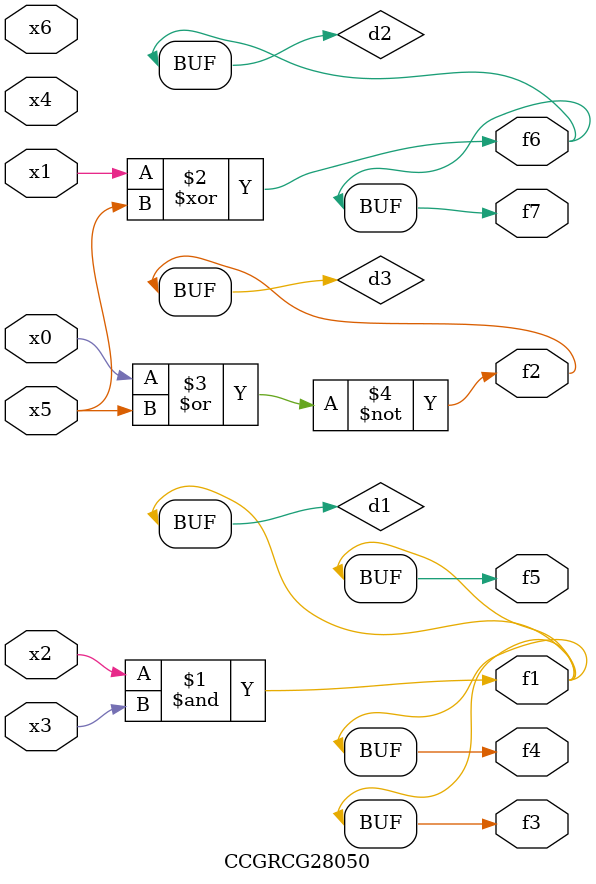
<source format=v>
module CCGRCG28050(
	input x0, x1, x2, x3, x4, x5, x6,
	output f1, f2, f3, f4, f5, f6, f7
);

	wire d1, d2, d3;

	and (d1, x2, x3);
	xor (d2, x1, x5);
	nor (d3, x0, x5);
	assign f1 = d1;
	assign f2 = d3;
	assign f3 = d1;
	assign f4 = d1;
	assign f5 = d1;
	assign f6 = d2;
	assign f7 = d2;
endmodule

</source>
